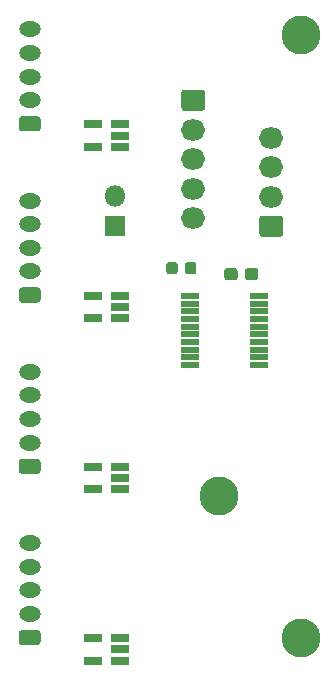
<source format=gts>
%TF.GenerationSoftware,KiCad,Pcbnew,(5.1.6)-1*%
%TF.CreationDate,2020-11-23T19:09:11+09:00*%
%TF.ProjectId,HARP-Motor-Ctrl-Board,48415250-2d4d-46f7-946f-722d4374726c,rev?*%
%TF.SameCoordinates,Original*%
%TF.FileFunction,Soldermask,Top*%
%TF.FilePolarity,Negative*%
%FSLAX46Y46*%
G04 Gerber Fmt 4.6, Leading zero omitted, Abs format (unit mm)*
G04 Created by KiCad (PCBNEW (5.1.6)-1) date 2020-11-23 19:09:11*
%MOMM*%
%LPD*%
G01*
G04 APERTURE LIST*
%ADD10C,3.300000*%
%ADD11R,1.500000X0.700000*%
%ADD12R,1.575000X0.550000*%
%ADD13O,1.850000X1.300000*%
%ADD14O,2.050000X1.800000*%
%ADD15R,1.800000X1.800000*%
%ADD16O,1.800000X1.800000*%
G04 APERTURE END LIST*
D10*
%TO.C,REF\u002A\u002A*%
X88000000Y-97000000D03*
%TD*%
%TO.C,REF\u002A\u002A*%
X95000000Y-109000000D03*
%TD*%
%TO.C,REF\u002A\u002A*%
X95000000Y-58000000D03*
%TD*%
%TO.C,C3*%
G36*
G01*
X88466000Y-78494500D02*
X88466000Y-77969500D01*
G75*
G02*
X88728500Y-77707000I262500J0D01*
G01*
X89353500Y-77707000D01*
G75*
G02*
X89616000Y-77969500I0J-262500D01*
G01*
X89616000Y-78494500D01*
G75*
G02*
X89353500Y-78757000I-262500J0D01*
G01*
X88728500Y-78757000D01*
G75*
G02*
X88466000Y-78494500I0J262500D01*
G01*
G37*
G36*
G01*
X90216000Y-78494500D02*
X90216000Y-77969500D01*
G75*
G02*
X90478500Y-77707000I262500J0D01*
G01*
X91103500Y-77707000D01*
G75*
G02*
X91366000Y-77969500I0J-262500D01*
G01*
X91366000Y-78494500D01*
G75*
G02*
X91103500Y-78757000I-262500J0D01*
G01*
X90478500Y-78757000D01*
G75*
G02*
X90216000Y-78494500I0J262500D01*
G01*
G37*
%TD*%
D11*
%TO.C,IC1*%
X79650000Y-67450000D03*
X79650000Y-66500000D03*
X79650000Y-65550000D03*
X77350000Y-65550000D03*
X77350000Y-67450000D03*
%TD*%
%TO.C,IC2*%
X79650000Y-96450000D03*
X79650000Y-95500000D03*
X79650000Y-94550000D03*
X77350000Y-94550000D03*
X77350000Y-96450000D03*
%TD*%
D12*
%TO.C,IC3*%
X85562000Y-80075000D03*
X85562000Y-80725000D03*
X85562000Y-81375000D03*
X85562000Y-82025000D03*
X85562000Y-82675000D03*
X85562000Y-83325000D03*
X85562000Y-83975000D03*
X85562000Y-84625000D03*
X85562000Y-85275000D03*
X85562000Y-85925000D03*
X91438000Y-85925000D03*
X91438000Y-85275000D03*
X91438000Y-84625000D03*
X91438000Y-83975000D03*
X91438000Y-83325000D03*
X91438000Y-82675000D03*
X91438000Y-82025000D03*
X91438000Y-81375000D03*
X91438000Y-80725000D03*
X91438000Y-80075000D03*
%TD*%
D11*
%TO.C,IC4*%
X77350000Y-81950000D03*
X77350000Y-80050000D03*
X79650000Y-80050000D03*
X79650000Y-81000000D03*
X79650000Y-81950000D03*
%TD*%
%TO.C,IC5*%
X77350000Y-110950000D03*
X77350000Y-109050000D03*
X79650000Y-109050000D03*
X79650000Y-110000000D03*
X79650000Y-110950000D03*
%TD*%
D13*
%TO.C,J1*%
X72000000Y-57500000D03*
X72000000Y-59500000D03*
X72000000Y-61500000D03*
X72000000Y-63500000D03*
G36*
G01*
X72654168Y-66150000D02*
X71345832Y-66150000D01*
G75*
G02*
X71075000Y-65879168I0J270832D01*
G01*
X71075000Y-65120832D01*
G75*
G02*
X71345832Y-64850000I270832J0D01*
G01*
X72654168Y-64850000D01*
G75*
G02*
X72925000Y-65120832I0J-270832D01*
G01*
X72925000Y-65879168D01*
G75*
G02*
X72654168Y-66150000I-270832J0D01*
G01*
G37*
%TD*%
%TO.C,J2*%
G36*
G01*
X93216294Y-75068000D02*
X91695706Y-75068000D01*
G75*
G02*
X91431000Y-74803294I0J264706D01*
G01*
X91431000Y-73532706D01*
G75*
G02*
X91695706Y-73268000I264706J0D01*
G01*
X93216294Y-73268000D01*
G75*
G02*
X93481000Y-73532706I0J-264706D01*
G01*
X93481000Y-74803294D01*
G75*
G02*
X93216294Y-75068000I-264706J0D01*
G01*
G37*
D14*
X92456000Y-71668000D03*
X92456000Y-69168000D03*
X92456000Y-66668000D03*
%TD*%
D15*
%TO.C,J3*%
X79248000Y-74168000D03*
D16*
X79248000Y-71628000D03*
%TD*%
%TO.C,J4*%
G36*
G01*
X72654168Y-80650000D02*
X71345832Y-80650000D01*
G75*
G02*
X71075000Y-80379168I0J270832D01*
G01*
X71075000Y-79620832D01*
G75*
G02*
X71345832Y-79350000I270832J0D01*
G01*
X72654168Y-79350000D01*
G75*
G02*
X72925000Y-79620832I0J-270832D01*
G01*
X72925000Y-80379168D01*
G75*
G02*
X72654168Y-80650000I-270832J0D01*
G01*
G37*
D13*
X72000000Y-78000000D03*
X72000000Y-76000000D03*
X72000000Y-74000000D03*
X72000000Y-72000000D03*
%TD*%
%TO.C,J5*%
G36*
G01*
X85091706Y-62600000D02*
X86612294Y-62600000D01*
G75*
G02*
X86877000Y-62864706I0J-264706D01*
G01*
X86877000Y-64135294D01*
G75*
G02*
X86612294Y-64400000I-264706J0D01*
G01*
X85091706Y-64400000D01*
G75*
G02*
X84827000Y-64135294I0J264706D01*
G01*
X84827000Y-62864706D01*
G75*
G02*
X85091706Y-62600000I264706J0D01*
G01*
G37*
D14*
X85852000Y-66000000D03*
X85852000Y-68500000D03*
X85852000Y-71000000D03*
X85852000Y-73500000D03*
%TD*%
D13*
%TO.C,J6*%
X72000000Y-86500000D03*
X72000000Y-88500000D03*
X72000000Y-90500000D03*
X72000000Y-92500000D03*
G36*
G01*
X72654168Y-95150000D02*
X71345832Y-95150000D01*
G75*
G02*
X71075000Y-94879168I0J270832D01*
G01*
X71075000Y-94120832D01*
G75*
G02*
X71345832Y-93850000I270832J0D01*
G01*
X72654168Y-93850000D01*
G75*
G02*
X72925000Y-94120832I0J-270832D01*
G01*
X72925000Y-94879168D01*
G75*
G02*
X72654168Y-95150000I-270832J0D01*
G01*
G37*
%TD*%
%TO.C,J7*%
G36*
G01*
X72654168Y-109650000D02*
X71345832Y-109650000D01*
G75*
G02*
X71075000Y-109379168I0J270832D01*
G01*
X71075000Y-108620832D01*
G75*
G02*
X71345832Y-108350000I270832J0D01*
G01*
X72654168Y-108350000D01*
G75*
G02*
X72925000Y-108620832I0J-270832D01*
G01*
X72925000Y-109379168D01*
G75*
G02*
X72654168Y-109650000I-270832J0D01*
G01*
G37*
X72000000Y-107000000D03*
X72000000Y-105000000D03*
X72000000Y-103000000D03*
X72000000Y-101000000D03*
%TD*%
%TO.C,R1*%
G36*
G01*
X86111000Y-77442750D02*
X86111000Y-78005250D01*
G75*
G02*
X85867250Y-78249000I-243750J0D01*
G01*
X85379750Y-78249000D01*
G75*
G02*
X85136000Y-78005250I0J243750D01*
G01*
X85136000Y-77442750D01*
G75*
G02*
X85379750Y-77199000I243750J0D01*
G01*
X85867250Y-77199000D01*
G75*
G02*
X86111000Y-77442750I0J-243750D01*
G01*
G37*
G36*
G01*
X84536000Y-77442750D02*
X84536000Y-78005250D01*
G75*
G02*
X84292250Y-78249000I-243750J0D01*
G01*
X83804750Y-78249000D01*
G75*
G02*
X83561000Y-78005250I0J243750D01*
G01*
X83561000Y-77442750D01*
G75*
G02*
X83804750Y-77199000I243750J0D01*
G01*
X84292250Y-77199000D01*
G75*
G02*
X84536000Y-77442750I0J-243750D01*
G01*
G37*
%TD*%
M02*

</source>
